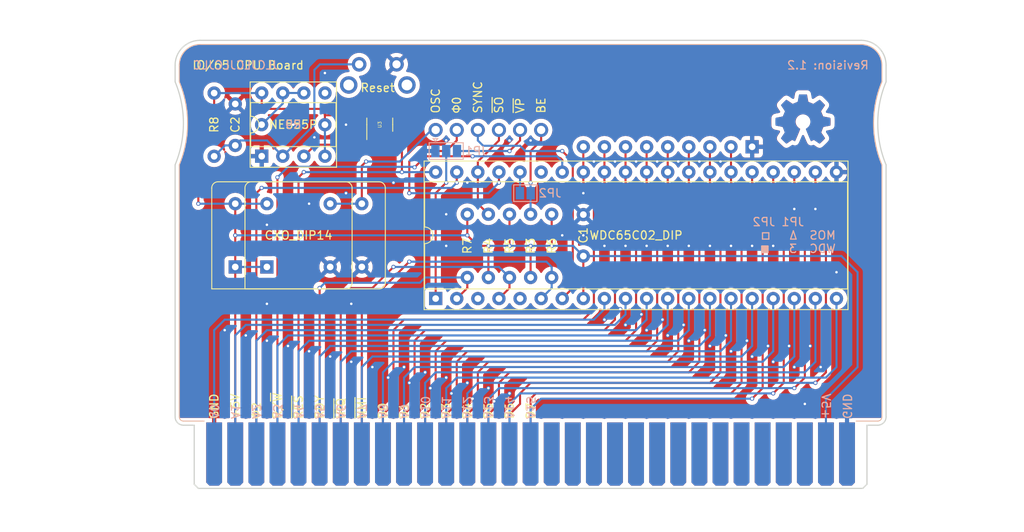
<source format=kicad_pcb>
(kicad_pcb (version 20211014) (generator pcbnew)
  (layers (0 "F.Cu" signal) (31 "B.Cu" signal) (34 "B.Paste" user) (35 "F.Paste" user) (36 "B.SilkS" user "B.Silkscreen") (37 "F.SilkS" user "F.Silkscreen") (38 "B.Mask" user) (39 "F.Mask" user) (44 "Edge.Cuts" user))
  (net 0 "")
  (net 1 "GND")
  (net 2 "A0")
  (net 3 "A1")
  (net 4 "A2")
  (net 5 "A3")
  (net 6 "A4")
  (net 7 "A5")
  (net 8 "A6")
  (net 9 "A7")
  (net 10 "A8")
  (net 11 "A9")
  (net 12 "A10")
  (net 13 "A11")
  (net 14 "A12")
  (net 15 "A13")
  (net 16 "A14")
  (net 17 "A15")
  (net 18 "D0")
  (net 19 "D1")
  (net 20 "D2")
  (net 21 "D3")
  (net 22 "D4")
  (net 23 "D5")
  (net 24 "D6")
  (net 25 "D7")
  (net 26 "SYNC")
  (net 27 "~{NMI}")
  (net 28 "~{IRQ}")
  (net 29 "RDY")
  (net 30 "~{RES}")
  (net 31 "R{slash}~{W}")
  (net 32 "Φ2")
  (net 33 "VCC")
  (net 37 "Net-(JP1-Pad2)")
  (net 38 "Net-(JP2-Pad2)")
  (net 39 "Φ0")
  (net 40 "~{SO}")
  (net 41 "~{VP}")
  (net 42 "BE")
  (net 43 "Net-(C2-Pad1)")
  (net 71 "OSC")
  (net 73 "Net-(R9-Pad2)")
  (net 75 "Net-(U2-Pad3)")
  (footprint "IO65:BUS_PC_M" (layer "F.Cu") (at 0 26.36)
    (fp_text reference "J1" hide)
    (fp_text value "Edge Connector" hide)
  )
  (footprint "Oscillator:Oscillator_DIP-14" (layer "F.Cu") (at -35.56 3.81)
    (fp_text reference "X1" hide)
    (fp_text value "CXO_DIP14")
  )
  (footprint "Resistor_THT:R_Axial_DIN0207_L6.3mm_D2.5mm_P7.62mm_Horizontal" (layer "F.Cu") (at 0 5.08 90)
    (fp_text reference "R3")
    (fp_text value "10k" hide)
  )
  (footprint "Resistor_THT:R_Array_SIP9" (layer "F.Cu") (at 26.67 -10.668 180)
    (fp_text reference "RN1" hide)
    (fp_text value "10k" hide)
  )
  (footprint "Oscillator:Oscillator_DIP-8" (layer "F.Cu") (at -31.75 3.81)
    (fp_text reference "REF**" hide)
    (fp_text value "Oscillator_DIP-8" hide)
  )
  (footprint "Symbol:OSHW-Symbol_6.7x6mm_Copper" (layer "F.Cu") (at 32.8 -14)
    (fp_text reference "LogoFront" hide)
    (fp_text value "OSHW-Symbol_6.7x6mm_Copper" hide)
  )
  (footprint "Resistor_THT:R_Axial_DIN0207_L6.3mm_D2.5mm_P7.62mm_Horizontal" (layer "F.Cu") (at -38.1 -17.145 -90)
    (fp_text reference "R8")
    (fp_text value "1M" hide)
  )
  (footprint "Capacitor_THT:C_Disc_D4.7mm_W2.5mm_P5.00mm" (layer "F.Cu") (at -35.56 -10.835 90)
    (fp_text reference "C2")
    (fp_text value "0,1uF" hide)
  )
  (footprint "Resistor_THT:R_Axial_DIN0207_L6.3mm_D2.5mm_P7.62mm_Horizontal" (layer "F.Cu") (at -7.62 -2.54 -90)
    (fp_text reference "R7")
    (fp_text value "10k" hide)
  )
  (footprint "Capacitor_THT:C_Disc_D4.7mm_W2.5mm_P5.00mm" (layer "F.Cu") (at 6.35 2.5 90)
    (fp_text reference "C1")
    (fp_text value "0.1uF" hide)
  )
  (footprint "Symbol:OSHW-Symbol_6.7x6mm_Copper" (layer "F.Cu") (at 32.8 -14)
    (fp_text reference "LogoFrontMask" hide)
    (fp_text value "OSHW-Symbol_6.7x6mm_Copper" hide)
  )
  (footprint "Package_DIP:DIP-40_W15.24mm_Socket" (layer "F.Cu") (at -11.43 7.62 90)
    (fp_text reference "U1" hide)
    (fp_text value "WDC65C02_DIP")
  )
  (footprint "Resistor_THT:R_Axial_DIN0207_L6.3mm_D2.5mm_P7.62mm_Horizontal" (layer "F.Cu") (at -5.08 5.08 90)
    (fp_text reference "R4")
    (fp_text value "10k" hide)
  )
  (footprint "Resistor_THT:R_Axial_DIN0207_L6.3mm_D2.5mm_P7.62mm_Horizontal" (layer "F.Cu") (at -2.54 -2.54 -90)
    (fp_text reference "R5")
    (fp_text value "10k" hide)
  )
  (footprint "Package_DIP:DIP-40_W15.24mm" (layer "F.Cu") (at -11.43 7.62 90)
    (fp_text reference "REF**" hide)
    (fp_text value "DIP-40_W15.24mm" hide)
  )
  (footprint "Resistor_THT:R_Axial_DIN0207_L6.3mm_D2.5mm_P7.62mm_Horizontal" (layer "F.Cu") (at 2.54 -2.54 -90)
    (fp_text reference "R6")
    (fp_text value "10k" hide)
  )
  (footprint "Package_DIP:DIP-8_W7.62mm_Socket" (layer "F.Cu") (at -32.375 -9.535 90)
    (fp_text reference "U2" hide)
    (fp_text value "NE555P")
  )
  (footprint "Package_TO_SOT_SMD:SOT-23-5" (layer "F.Cu") (at -18.161 -13.335 90)
    (fp_text reference "U3" hide)
    (fp_text value "74AHC1G04" hide)
  )
  (footprint "Symbol:OSHW-Symbol_6.7x6mm_Copper" (layer "B.Cu") (at 32.8 -14 180)
    (fp_text reference "LogoBackMask" hide)
    (fp_text value "OSHW-Symbol_6.7x6mm_Copper" hide)
  )
  (footprint "Connector_PinSocket_2.54mm:PinSocket_1x02_P2.54mm_Horizontal" (layer "B.Cu") (at -1.27 -12.7 -90)
    (fp_text reference "J4" hide)
    (fp_text value "Conn_01x02_Female" hide)
  )
  (footprint "Jumper:SolderJumper-2_P1.3mm_Open_Pad1.0x1.5mm" (layer "B.Cu") (at -0.635 -5.08 180)
    (fp_text reference "JP2" hide)
    (fp_text value "SolderJumper_2_Open" hide)
  )
  (footprint "Resistor_THT:R_Axial_DIN0207_L6.3mm_D2.5mm_P7.62mm_Horizontal" (layer "B.Cu") (at -24.765 -13.335 180)
    (fp_text reference "R9")
    (fp_text value "47k" hide)
  )
  (footprint "Connector_PinSocket_2.54mm:PinSocket_1x02_P2.54mm_Horizontal" (layer "B.Cu") (at -11.43 -12.7 -90)
    (fp_text reference "J2" hide)
    (fp_text value "Conn_01x02_Female" hide)
  )
  (footprint "Symbol:OSHW-Symbol_6.7x6mm_Copper" (layer "B.Cu") (at 32.8 -14 180)
    (fp_text reference "LogoBack" hide)
    (fp_text value "OSHW-Symbol_6.7x6mm_Copper" hide)
  )
  (footprint "Connector_PinSocket_2.54mm:PinSocket_1x02_P2.54mm_Horizontal" (layer "B.Cu") (at -6.35 -12.7 -90)
    (fp_text reference "J3" hide)
    (fp_text value "Conn_01x02_Female" hide)
  )
  (footprint "Button_Switch_THT:SW_Tactile_SPST_Angled_PTS645Vx39-2LFS" (layer "B.Cu") (at -16.14 -20.6075 180)
    (fp_text reference "SW1" hide)
    (fp_text value "SW_Push" hide)
  )
  (footprint "Jumper:SolderJumper-3_P1.3mm_Open_Pad1.0x1.5mm" (layer "B.Cu") (at -10.16 -10.16)
    (fp_text reference "JP1" hide)
    (fp_text value "SolderJumper_3_Open" hide)
  )
  (gr_arc (start 42.3 21.88) (mid 42.153553 22.233553) (end 41.8 22.38) (layer "B.SilkS") (width 0.1))
  (gr_line (start -39.8 -23) (end 39.8 -23) (layer "B.SilkS") (width 0.1))
  (gr_line (start 42.3 -8.5) (end 42.3 21.88) (layer "B.SilkS") (width 0.1))
  (gr_arc (start -41.8 22.38) (mid -42.153553 22.233553) (end -42.3 21.88) (layer "B.SilkS") (width 0.1))
  (gr_line (start 42.3 -20.5) (end 42.3 -18.5) (layer "B.SilkS") (width 0.1))
  (gr_line (start -41.8 22.38) (end -39.3 22.38) (layer "B.SilkS") (width 0.1))
  (gr_arc (start -42.3 -20.5) (mid -41.567767 -22.267767) (end -39.8 -23) (layer "B.SilkS") (width 0.1))
  (gr_line (start -42.3 -20.5) (end -42.3 -18.5) (layer "B.SilkS") (width 0.1))
  (gr_arc (start 42.3 -8.5) (mid 41.300901 -13.5) (end 42.3 -18.5) (layer "B.SilkS") (width 0.1))
  (gr_arc (start 39.8 -23) (mid 41.567767 -22.267767) (end 42.3 -20.5) (layer "B.SilkS") (width 0.1))
  (gr_line (start -42.3 21.88) (end -42.3 -8.5) (layer "B.SilkS") (width 0.1))
  (gr_arc (start -42.3 -18.5) (mid -41.300901 -13.5) (end -42.3 -8.5) (layer "B.SilkS") (width 0.1))
  (gr_line (start 41.8 22.38) (end 39.2 22.38) (layer "B.SilkS") (width 0.1))
  (gr_arc (start -42.3 -20.5) (mid -41.567767 -22.267767) (end -39.8 -23) (layer "F.SilkS") (width 0.1))
  (gr_line (start -39.8 -23) (end 39.8 -23) (layer "F.SilkS") (width 0.1))
  (gr_line (start 41.8 22.38) (end 39.2 22.38) (layer "F.SilkS") (width 0.1))
  (gr_arc (start -41.8 22.38) (mid -42.153553 22.233553) (end -42.3 21.88) (layer "F.SilkS") (width 0.1))
  (gr_arc (start 42.3 21.88) (mid 42.153553 22.233553) (end 41.8 22.38) (layer "F.SilkS") (width 0.1))
  (gr_line (start 42.3 -20.5) (end 42.3 -18.5) (layer "F.SilkS") (width 0.1))
  (gr_arc (start -42.3 -18.5) (mid -41.300901 -13.5) (end -42.3 -8.5) (layer "F.SilkS") (width 0.1))
  (gr_arc (start 42.3 -8.5) (mid 41.300901 -13.5) (end 42.3 -18.5) (layer "F.SilkS") (width 0.1))
  (gr_line (start -42.3 -20.5) (end -42.3 -18.5) (layer "F.SilkS") (width 0.1))
  (gr_arc (start 39.8 -23) (mid 41.567767 -22.267767) (end 42.3 -20.5) (layer "F.SilkS") (width 0.1))
  (gr_line (start 42.3 -8.5) (end 42.3 21.88) (layer "F.SilkS") (width 0.1))
  (gr_line (start -42.3 21.88) (end -42.3 -8.5) (layer "F.SilkS") (width 0.1))
  (gr_line (start -41.8 22.38) (end -39.3 22.38) (layer "F.SilkS") (width 0.1))
  (gr_arc (start 42.8 21.88) (mid 42.507107 22.587107) (end 41.8 22.88) (layer "Edge.Cuts") (width 0.15))
  (gr_line (start 40.5 22.88) (end 40.5 30) (layer "Edge.Cuts") (width 0.15))
  (gr_line (start 40.5 22.88) (end 41.8 22.88) (layer "Edge.Cuts") (width 0.15))
  (gr_line (start -40.5 22.88) (end -40.5 30) (layer "Edge.Cuts") (width 0.15))
  (gr_arc (start 39.8 -23.5) (mid 41.92132 -22.62132) (end 42.8 -20.5) (layer "Edge.Cuts") (width 0.15))
  (gr_line (start -40.5 22.88) (end -41.8 22.88) (layer "Edge.Cuts") (width 0.15))
  (gr_line (start -42.8 21.88) (end -42.8 -8.5) (layer "Edge.Cuts") (width 0.15))
  (gr_line (start -40 30.5) (end 40 30.5) (layer "Edge.Cuts") (width 0.15))
  (gr_arc (start 42.8 -8.5) (mid 41.800901 -13.5) (end 42.8 -18.5) (layer "Edge.Cuts") (width 0.15))
  (gr_line (start -42.8 -20.5) (end -42.8 -18.5) (layer "Edge.Cuts") (width 0.15))
  (gr_line (start -40.5 30) (end -40 30.5) (layer "Edge.Cuts") (width 0.15))
  (gr_arc (start -42.8 -20.5) (mid -41.92132 -22.62132) (end -39.8 -23.5) (layer "Edge.Cuts") (width 0.15))
  (gr_line (start -39.8 -23.5) (end 39.8 -23.5) (layer "Edge.Cuts") (width 0.15))
  (gr_arc (start -41.8 22.88) (mid -42.507107 22.587107) (end -42.8 21.88) (layer "Edge.Cuts") (width 0.15))
  (gr_line (start 42.8 -20.5) (end 42.8 -18.5) (layer "Edge.Cuts") (width 0.15))
  (gr_line (start 40 30.5) (end 40.5 30) (layer "Edge.Cuts") (width 0.15))
  (gr_arc (start -42.8 -18.5) (mid -41.800901 -13.5) (end -42.8 -8.5) (layer "Edge.Cuts") (width 0.15))
  (gr_line (start 42.8 -8.5) (end 42.8 21.88) (layer "Edge.Cuts") (width 0.15))
  (gr_text "A7" (at -20.32 22.225 270) (layer "B.SilkS") (effects (font (size 1 1)) (justify left mirror)))
  (gr_text "A14" (at -2.54 22.225 270) (layer "B.SilkS") (effects (font (size 1 1)) (justify left mirror)))
  (gr_text "A10" (at -12.7 22.225 270) (layer "B.SilkS") (effects (font (size 1 1)) (justify left mirror)))
  (gr_text "Revision: 1.2" (at 40.799995 -20.5) (layer "B.SilkS") (effects (font (size 1 1)) (justify left mirror)))
  (gr_text "JLCJLCJLCJLC" (at -40.7 -20.5) (layer "B.SilkS") (effects (font (size 1 1)) (justify right mirror)))
  (gr_text "A5" (at -25.4 22.225 270) (layer "B.SilkS") (effects (font (size 1 1)) (justify left mirror)))
  (gr_text "A12" (at -7.62 22.225 270) (layer "B.SilkS") (effects (font (size 1 1)) (justify left mirror)))
  (gr_text "JP1" (at -8.001 -10.16) (layer "B.SilkS") (effects (font (size 1 1)) (justify right mirror)))
  (gr_text "A3" (at -30.48 22.225 270) (layer "B.SilkS") (effects (font (size 1 1)) (justify left mirror)))
  (gr_text "+5V" (at 35.56 22.225 -90) (layer "B.SilkS") (effects (font (size 1 1)) (justify left mirror)))
  (gr_text "A2" (at -33.02 22.225 270) (layer "B.SilkS") (effects (font (size 1 1)) (justify left mirror)))
  (gr_text "A6" (at -22.86 22.225 270) (layer "B.SilkS") (effects (font (size 1 1)) (justify left mirror)))
  (gr_text "GND" (at 38.1 22.225 -90) (layer "B.SilkS") (effects (font (size 1 1)) (justify left mirror)))
  (gr_text "A4" (at -27.94 22.225 270) (layer "B.SilkS") (effects (font (size 1 1)) (justify left mirror)))
  (gr_text "A0" (at -38.1 22.225 -90) (layer "B.SilkS") (effects (font (size 1 1)) (justify left mirror)))
  (gr_text "     JP1 JP2\nMOS  ∆   □\nWDC  3   ■" (at 36.83 0) (layer "B.SilkS") (effects (font (size 1 1)) (justify left mirror)))
  (gr_text "A1" (at -35.56 22.225 270) (layer "B.SilkS") (effects (font (size 1 1)) (justify left mirror)))
  (gr_text "A11" (at -10.16 22.225 270) (layer "B.SilkS") (effects (font (size 1 1)) (justify left mirror)))
  (gr_text "A15" (at 0 22.225 270) (layer "B.SilkS") (effects (font (size 1 1)) (justify left mirror)))
  (gr_text "JP2" (at 0.889 -5.08) (layer "B.SilkS") (effects (font (size 1 1)) (justify right mirror)))
  (gr_text "A13" (at -5.08 22.225 270) (layer "B.SilkS") (effects (font (size 1 1)) (justify left mirror)))
  (gr_text "A9" (at -15.24 22.225 270) (layer "B.SilkS") (effects (font (size 1 1)) (justify left mirror)))
  (gr_text "A8" (at -17.78 22.225 270) (layer "B.SilkS") (effects (font (size 1 1)) (justify left mirror)))
  (gr_text "" (at 15.24 -15.24) (layer "F.SilkS") (effects (font (size 1.27 1.27))))
  (gr_text "" (at 15.24 -15.24) (layer "F.SilkS") (effects (font (size 1.27 1.27))))
  (gr_text "Φ0" (at -8.89 -14.605 -270) (layer "F.SilkS") (effects (font (size 1 1)) (justify left)))
  (gr_text "" (at 20.32 -15.24) (layer "F.SilkS") (effects (font (size 1.27 1.27))))
  (gr_text "IO/65 CPU Board" (at -40.799999 -20.5) (layer "F.SilkS") (effects (font (size 1 1)) (justify left)))
  (gr_text "" (at 10.16 -15.24) (layer "F.SilkS") (effects (font (size 1.27 1.27))))
  (gr_text "" (at 40.64 -15.24) (layer "F.SilkS") (effects (font (size 1.27 1.27))))
  (gr_text "D6" (at -2.54 22.225 90) (layer "F.SilkS") (effects (font (size 1 1)) (justify left)))
  (gr_text "D1" (at -15.24 22.225 90) (layer "F.SilkS") (effects (font (size 1 1)) (justify left)))
  (gr_text "" (at 33.02 -15.24) (layer "F.SilkS") (effects (font (size 1.27 1.27))))
  (gr_text "" (at 10.16 -15.24) (layer "F.SilkS") (effects (font (size 1.27 1.27))))
  (gr_text "" (at 38.1 -15.24) (layer "F.SilkS") (effects (font (size 1.27 1.27))))
  (gr_text "" (at 30.48 -15.24) (layer "F.SilkS") (effects (font (size 1.27 1.27))))
  (gr_text "OSC" (at -11.43 -14.605 -270) (layer "F.SilkS") (effects (font (size 1 1)) (justify left)))
  (gr_text "" (at 25.4 -15.24) (layer "F.SilkS") (effects (font (size 1.27 1.27))))
  (gr_text "" (at 5.08 -15.24) (layer "F.SilkS") (effects (font (size 1.27 1.27))))
  (gr_text "~{IRQ}" (at -22.86 22.225 90) (layer "F.SilkS") (effects (font (size 1 1)) (justify left)))
  (gr_text "" (at 12.7 -15.24) (layer "F.SilkS") (effects (font (size 1.27 1.27))))
  (gr_text "" (at 20.32 -15.24) (layer "F.SilkS") (effects (font (size 1.27 1.27))))
  (gr_text "~{SO}" (at -3.81 -14.605 -270) (layer "F.SilkS") (effects (font (size 1 1)) (justify left)))
  (gr_text "" (at 12.7 -15.24) (layer "F.SilkS") (effects (font (size 1.27 1.27))))
  (gr_text "" (at 17.78 -15.24) (layer "F.SilkS") (effects (font (size 1.27 1.27))))
  (gr_text "" (at 27.94 -15.24) (layer "F.SilkS") (effects (font (size 1.27 1.27))))
  (gr_text "D3" (at -10.16 22.225 90) (layer "F.SilkS") (effects (font (size 1 1)) (justify left)))
  (gr_text "" (at 35.56 -15.24) (layer "F.SilkS") (effects (font (size 1.27 1.27))))
  (gr_text "" (at 38.1 -15.24) (layer "F.SilkS") (effects (font (size 1.27 1.27))))
  (gr_text "D7" (at 0 22.225 90) (layer "F.SilkS") (effects (font (size 1 1)) (justify left)))
  (gr_text "" (at 25.4 -15.24) (layer "F.SilkS") (effects (font (size 1.27 1.27))))
  (gr_text "RDY" (at -25.4 22.225 90) (layer "F.SilkS") (effects (font (size 1 1)) (justify left)))
  (gr_text "D0" (at -17.78 22.225 90) (layer "F.SilkS") (effects (font (size 1 1)) (justify left)))
  (gr_text "" (at 7.62 -15.24) (layer "F.SilkS") (effects (font (size 1.27 1.27))))
  (gr_text "Φ2" (at -33.02 22.225 90) (layer "F.SilkS") (effects (font (size 1 1)) (justify left)))
  (gr_text "" (at 5.08 -15.24) (layer "F.SilkS") (effects (font (size 1.27 1.27))))
  (gr_text "" (at 40.64 -15.24) (layer "F.SilkS") (effects (font (size 1.27 1.27))))
  (gr_text "" (at 33.02 -15.24) (layer "F.SilkS") (effects (font (size 1.27 1.27))))
  (gr_text "SYNC" (at -6.35 -14.605 -270) (layer "F.SilkS") (effects (font (size 1 1)) (justify left)))
  (gr_text "D2" (at -12.7 22.225 90) (layer "F.SilkS") (effects (font (size 1 1)) (justify left)))
  (gr_text "GND" (at -38.1 22.225 90) (layer "F.SilkS") (effects (font (size 1 1)) (justify left)))
  (gr_text "" (at 7.62 -15.24) (layer "F.SilkS") (effects (font (size 1.27 1.27))))
  (gr_text "R/~{W}" (at -30.48 22.225 90) (layer "F.SilkS") (effects (font (size 1 1)) (justify left)))
  (gr_text "~{VP}" (at -1.27 -14.605 -270) (layer "F.SilkS") (effects (font (size 1 1)) (justify left)))
  (gr_text "" (at 35.56 -15.24) (layer "F.SilkS") (effects (font (size 1.27 1.27))))
  (gr_text "" (at 22.86 -15.24) (layer "F.SilkS") (effects (font (size 1.27 1.27))))
  (gr_text "+5V" (at -35.56 22.225 90) (layer "F.SilkS") (effects (font (size 1 1)) (justify left)))
  (gr_text "" (at 27.94 -15.24) (layer "F.SilkS") (effects (font (size 1.27 1.27))))
  (gr_text "~{NMI}" (at -20.32 22.225 90) (layer "F.SilkS") (effects (font (size 1 1)) (justify left)))
  (gr_text "D5" (at -5.08 22.225 90) (layer "F.SilkS") (effects (font (size 1 1)) (justify left)))
  (gr_text "" (at 17.78 -15.24) (layer "F.SilkS") (effects (font (size 1.27 1.27))))
  (gr_text "" (at 30.48 -15.24) (layer "F.SilkS") (effects (font (size 1.27 1.27))))
  (gr_text "~{RES}" (at -27.94 22.225 90) (layer "F.SilkS") (effects (font (size 1 1)) (justify left)))
  (gr_text "BE" (at 1.27 -14.605 -270) (layer "F.SilkS") (effects (font (size 1 1)) (justify left)))
  (gr_text "D4" (at -7.62 22.225 90) (layer "F.SilkS") (effects (font (size 1 1)) (justify left)))
  (gr_text "Reset" (at -18.415 -17.78) (layer "F.SilkS") (effects (font (size 1 1))))
  (gr_text "" (at 22.86 -15.24) (layer "F.SilkS") (effects (font (size 1.27 1.27))))
  (via (at 8.89 10.16) (size 0.5) (drill 0.3) (layers "F.Cu" "B.Cu") (net 1))
  (via (at -14.593144 17.777796) (size 0.5) (drill 0.3) (layers "F.Cu" "B.Cu") (net 1))
  (via (at -22.225 -5.08) (size 0.5) (drill 0.3) (layers "F.Cu" "B.Cu") (net 1))
  (via (at -31.75 8.255) (size 0.5) (drill 0.3) (layers "F.Cu" "B.Cu") (net 1))
  (via (at 31.75 -3.175) (size 0.5) (drill 0.3) (layers "F.Cu" "B.Cu") (net 1))
  (via (at -2.54 19.05) (size 0.5) (drill 0.3) (layers "F.Cu" "B.Cu") (net 1))
  (via (at 3.81 0) (size 0.5) (drill 0.3) (layers "F.Cu" "B.Cu") (net 1))
  (via (at -21.59 15.24) (size 0.5) (drill 0.3) (layers "F.Cu" "B.Cu") (net 1))
  (via (at 13.97 11.43) (size 0.5) (drill 0.3) (layers "F.Cu" "B.Cu") (net 1))
  (via (at 29.21 15.24) (size 0.5) (drill 0.3) (layers "F.Cu" "B.Cu") (net 1))
  (via (at 34.29 -3.175) (size 0.5) (drill 0.3) (layers "F.Cu" "B.Cu") (net 1))
  (via (at -10.16 17.145) (size 0.5) (drill 0.3) (layers "F.Cu" "B.Cu") (net 1))
  (via (at -10.16 -11.43) (size 0.5) (drill 0.3) (layers "F.Cu" "B.Cu") (net 1))
  (via (at 31.115 13.335) (size 0.5) (drill 0.3) (layers "F.Cu" "B.Cu") (net 1))
  (via (at 11.43 1.27) (size 0.5) (drill 0.3) (layers "F.Cu" "B.Cu") (net 1))
  (via (at -17.145 17.145) (size 0.5) (drill 0.3) (layers "F.Cu" "B.Cu") (net 1))
  (via (at 20.955 11.43) (size 0.5) (drill 0.3) (layers "F.Cu" "B.Cu") (net 1))
  (via (at -10.16 -2.54) (size 0.5) (drill 0.3) (layers "F.Cu" "B.Cu") (net 1))
  (via (at -2.54 -11.43) (size 0.5) (drill 0.3) (layers "F.Cu" "B.Cu") (net 1))
  (via (at 21.59 13.335) (size 0.5) (drill 0.3) (layers "F.Cu" "B.Cu") (net 1))
  (via (at 19.05 12.7) (size 0.5) (drill 0.3) (layers "F.Cu" "B.Cu") (net 1))
  (via (at 24.13 13.97) (size 0.5) (drill 0.3) (layers "F.Cu" "B.Cu") (net 1))
  (via (at -36.83 11.43) (size 0.5) (drill 0.3) (layers "F.Cu" "B.Cu") (net 1))
  (via (at -16.51 -6.35) (size 0.5) (drill 0.3) (layers "F.Cu" "B.Cu") (net 1))
  (via (at 29.21 1.27) (size 0.5) (drill 0.3) (layers "F.Cu" "B.Cu") (net 1))
  (via (at 10.16 -8.89) (size 0.5) (drill 0.3) (layers "F.Cu" "B.Cu") (net 1))
  (via (at 28.575 13.335) (size 0.5) (drill 0.3) (layers "F.Cu" "B.Cu") (net 1))
  (via (at 15.875 10.16) (size 0.5) (drill 0.3) (layers "F.Cu" "B.Cu") (net 1))
  (via (at 10.795 8.89) (size 0.5) (drill 0.3) (layers "F.Cu" "B.Cu") (net 1))
  (via (at -12.7 16.51) (size 0.5) (drill 0.3) (layers "F.Cu" "B.Cu") (net 1))
  (via (at 19.05 1.27) (size 0.5) (drill 0.3) (layers "F.Cu" "B.Cu") (net 1))
  (via (at 26.035 12.7) (size 0.5) (drill 0.3) (layers "F.Cu" "B.Cu") (net 1))
  (via (at 36.83 4.445) (size 0.5) (drill 0.3) (layers "F.Cu" "B.Cu") (net 1))
  (via (at -29.21 13.335) (size 0.5) (drill 0.3) (layers "F.Cu" "B.Cu") (net 1))
  (via (at -24.13 14.605) (size 0.5) (drill 0.3) (layers "F.Cu" "B.Cu") (net 1))
  (via (at -26.035 -11.811) (size 0.5) (drill 0.3) (layers "F.Cu" "B.Cu") (net 1))
  (via (at 26.67 1.27) (size 0.5) (drill 0.3) (layers "F.Cu" "B.Cu") (net 1))
  (via (at 20.32 -8.89) (size 0.5) (drill 0.3) (layers "F.Cu" "B.Cu") (net 1))
  (via (at -31.75 12.7) (size 0.5) (drill 0.3) (layers "F.Cu" "B.Cu") (net 1))
  (via (at 33.02 20.32) (size 0.5) (drill 0.3) (layers "F.Cu" "B.Cu") (net 1))
  (via (at 21.59 1.27) (size 0.5) (drill 0.3) (layers "F.Cu" "B.Cu") (net 1))
  (via (at 8.89 1.27) (size 0.5) (drill 0.3) (layers "F.Cu" "B.Cu") (net 1))
  (via (at 31.75 15.875) (size 0.5) (drill 0.3) (layers "F.Cu" "B.Cu") (net 1))
  (via (at -19.05 15.875) (size 0.5) (drill 0.3) (layers "F.Cu" "B.Cu") (net 1))
  (via (at -7.62 -6.35) (size 0.5) (drill 0.3) (layers "F.Cu" "B.Cu") (net 1))
  (via (at -26.67 13.97) (size 0.5) (drill 0.3) (layers "F.Cu" "B.Cu") (net 1))
  (via (at -21.59 8.255) (size 0.5) (drill 0.3) (layers "F.Cu" "B.Cu") (net 1))
  (via (at 18.415 10.795) (size 0.5) (drill 0.3) (layers "F.Cu" "B.Cu") (net 1))
  (via (at -34.29 12.065) (size 0.5) (drill 0.3) (layers "F.Cu" "B.Cu") (net 1))
  (via (at -5.08 18.415) (size 0.5) (drill 0.3) (layers "F.Cu" "B.Cu") (net 1))
  (via (at 33.655 13.335) (size 0.5) (drill 0.3) (layers "F.Cu" "B.Cu") (net 1))
  (via (at 13.335 9.525) (size 0.5) (drill 0.3) (layers "F.Cu" "B.Cu") (net 1))
  (via (at 12.7 -8.89) (size 0.5) (drill 0.3) (layers "F.Cu" "B.Cu") (net 1))
  (via (at 13.97 1.27) (size 0.5) (drill 0.3) (layers "F.Cu" "B.Cu") (net 1))
  (via (at 34.925 15.875) (size 0.5) (drill 0.3) (layers "F.Cu" "B.Cu") (net 1))
  (via (at 23.495 12.065) (size 0.5) (drill 0.3) (layers "F.Cu" "B.Cu") (net 1))
  (via (at -26.67 -3.81) (size 0.5) (drill 0.3) (layers "F.Cu" "B.Cu") (net 1))
  (via (at 26.67 14.605) (size 0.5) (drill 0.3) (layers "F.Cu" "B.Cu") (net 1))
  (via (at -12.065 18.415) (size 0.5) (drill 0.3) (layers "F.Cu" "B.Cu") (net 1))
  (via (at 17.78 -8.89) (size 0.5) (drill 0.3) (layers "F.Cu" "B.Cu") (net 1))
  (via (at -28.575 -13.335) (size 0.5) (drill 0.3) (layers "F.Cu" "B.Cu") (net 1))
  (via (at 0 -11.43) (size 0.5) (drill 0.3) (layers "F.Cu" "B.Cu") (net 1))
  (via (at -31.75 -1.27) (size 0.5) (drill 0.3) (layers "F.Cu" "B.Cu") (net 1))
  (via (at 16.51 12.065) (size 0.5) (drill 0.3) (layers "F.Cu" "B.Cu") (net 1))
  (via (at -10.16 1.27) (size 0.5) (drill 0.3) (layers "F.Cu" "B.Cu") (net 1))
  (via (at 7.62 -8.89) (size 0.5) (drill 0.3) (layers "F.Cu" "B.Cu") (net 1))
  (via (at -7.62 17.78) (size 0.5) (drill 0.3) (layers "F.Cu" "B.Cu") (net 1))
  (via (at 11.43 10.795) (size 0.5) (drill 0.3) (layers "F.Cu" "B.Cu") (net 1))
  (via (at 24.13 1.27) (size 0.5) (drill 0.3) (layers "F.Cu" "B.Cu") (net 1))
  (via (at -22.225 -13.335) (size 0.5) (drill 0.3) (layers "F.Cu" "B.Cu") (net 1))
  (via (at 22.86 -8.89) (size 0.5) (drill 0.3) (layers "F.Cu" "B.Cu") (net 1))
  (via (at -4.3845 20.0025) (size 0.5) (drill 0.3) (layers "F.Cu" "B.Cu") (net 1))
  (via (at 6.35 0) (size 0.5) (drill 0.3) (layers "F.Cu" "B.Cu") (net 1))
  (via (at -6.985 19.685) (size 0.5) (drill 0.3) (layers "F.Cu" "B.Cu") (net 1))
  (via (at -9.525 19.05) (size 0.5) (drill 0.3) (layers "F.Cu" "B.Cu") (net 1))
  (via (at 16.51 1.27) (size 0.5) (drill 0.3) (layers "F.Cu" "B.Cu") (net 1))
  (via (at -24.765 -19.558) (size 0.5) (drill 0.3) (layers "F.Cu" "B.Cu") (net 1))
  (via (at 15.24 -8.89) (size 0.5) (drill 0.3) (layers "F.Cu" "B.Cu") (net 1))
  (via (at -15.24 15.875) (size 0.5) (drill 0.3) (layers "F.Cu" "B.Cu") (net 1))
  (via (at 6.35 -5.08) (size 0.5) (drill 0.3) (layers "F.Cu" "B.Cu") (net 1))
  (segment (start 7.62 10.16) (end 8.89 8.89) (width 0.25) (layer "B.Cu") (net 2))
  (segment (start -38.1 11.43) (end -36.83 10.16) (width 0.25) (layer "B.Cu") (net 2))
  (segment (start -38.1 26.36) (end -38.1 11.43) (width 0.25) (layer "B.Cu") (net 2))
  (segment (start -36.83 10.16) (end 7.62 10.16) (width 0.25) (layer "B.Cu") (net 2))
  (segment (start 8.89 8.89) (end 8.89 7.62) (width 0.25) (layer "B.Cu") (net 2))
  (segment (start 11.43 9.525) (end 11.43 7.62) (width 0.25) (layer "B.Cu") (net 3))
  (segment (start -35.56 26.36) (end -35.56 12.065) (width 0.25) (layer "B.Cu") (net 3))
  (segment (start -35.56 12.065) (end -34.29 10.795) (width 0.25) (layer "B.Cu") (net 3))
  (segment (start 10.16 10.795) (end 11.43 9.525) (width 0.25) (layer "B.Cu") (net 3))
  (segment (start -34.29 10.795) (end 10.16 10.795) (width 0.25) (layer "B.Cu") (net 3))
  (segment (start 13.97 10.16) (end 13.97 7.62) (width 0.25) (layer "B.Cu") (net 4))
  (segment (start 12.7 11.43) (end 13.97 10.16) (width 0.25) (layer "B.Cu") (net 4))
  (segment (start -33.02 12.7) (end -31.75 11.43) (width 0.25) (layer "B.Cu") (net 4))
  (segment (start -33.02 26.36) (end -33.02 12.7) (width 0.25) (layer "B.Cu") (net 4))
  (segment (start -31.75 11.43) (end 12.7 11.43) (width 0.25) (layer "B.Cu") (net 4))
  (segment (start -29.21 12.065) (end 15.24 12.065) (width 0.25) (layer "B.Cu") (net 5))
  (segment (start -30.48 13.335) (end -29.21 12.065) (width 0.25) (layer "B.Cu") (net 5))
  (segment (start 15.24 12.065) (end 16.51 10.795) (width 0.25) (layer "B.Cu") (net 5))
  (segment (start -30.48 26.36) (end -30.48 13.335) (width 0.25) (layer "B.Cu") (net 5))
  (segment (start 16.51 10.795) (end 16.51 7.62) (width 0.25) (layer "B.Cu") (net 5))
  (segment (start 17.78 12.7) (end 19.05 11.43) (width 0.25) (layer "B.Cu") (net 6))
  (segment (start -27.94 26.36) (end -27.94 13.97) (width 0.25) (layer "B.Cu") (net 6))
  (segment (start 19.05 11.43) (end 19.05 7.62) (width 0.25) (layer "B.Cu") (net 6))
  (segment (start -26.67 12.7) (end 17.78 12.7) (width 0.25) (layer "B.Cu") (net 6))
  (segment (start -27.94 13.97) (end -26.67 12.7) (width 0.25) (layer "B.Cu") (net 6))
  (segment (start 20.32 13.335) (end 21.59 12.065) (width 0.25) (layer "B.Cu") (net 7))
  (segment (start -24.13 13.335) (end 20.32 13.335) (width 0.25) (layer "B.Cu") (net 7))
  (segment (start 21.59 12.065) (end 21.59 7.62) (width 0.25) (layer "B.Cu") (net 7))
  (segment (start -25.4 26.36) (end -25.4 14.605) (width 0.25) (layer "B.Cu") (net 7))
  (segment (start -25.4 14.605) (end -24.13 13.335) (width 0.25) (layer "B.Cu") (net 7))
  (segment (start -22.86 26.36) (end -22.86 15.24) (width 0.25) (layer "B.Cu") (net 8))
  (segment (start 24.13 12.7) (end 24.13 7.62) (width 0.25) (layer "B.Cu") (net 8))
  (segment (start 22.86 13.97) (end 24.13 12.7) (width 0.25) (layer "B.Cu") (net 8))
  (segment (start -21.59 13.97) (end 22.86 13.97) (width 0.25) (layer "B.Cu") (net 8))
  (segment (start -22.86 15.24) (end -21.59 13.97) (width 0.25) (layer "B.Cu") (net 8))
  (segment (start 26.67 13.335) (end 26.67 7.62) (width 0.25) (layer "B.Cu") (net 9))
  (segment (start 25.4 14.605) (end 26.67 13.335) (width 0.25) (layer "B.Cu") (net 9))
  (segment (start -20.32 15.875) (end -19.05 14.605) (width 0.25) (layer "B.Cu") (net 9))
  (segment (start -20.32 26.36) (end -20.32 15.875) (width 0.25) (layer "B.Cu") (net 9))
  (segment (start -19.05 14.605) (end 25.4 14.605) (width 0.25) (layer "B.Cu") (net 9))
  (segment (start -17.78 16.51) (end -16.51 15.24) (width 0.25) (layer "B.Cu") (net 10))
  (segment (start 29.21 13.97) (end 29.21 7.62) (width 0.25) (layer "B.Cu") (net 10))
  (segment (start 27.94 15.24) (end 29.21 13.97) (width 0.25) (layer "B.Cu") (net 10))
  (segment (start -16.51 15.24) (end 27.94 15.24) (width 0.25) (layer "B.Cu") (net 10))
  (segment (start -17.78 26.36) (end -17.78 16.51) (width 0.25) (layer "B.Cu") (net 10))
  (segment (start -13.97 15.875) (end 30.48 15.875) (width 0.25) (layer "B.Cu") (net 11))
  (segment (start -15.24 17.145) (end -13.97 15.875) (width 0.25) (layer "B.Cu") (net 11))
  (segment (start 30.48 15.875) (end 31.75 14.605) (width 0.25) (layer "B.Cu") (net 11))
  (segment (start 31.75 14.605) (end 31.75 7.62) (width 0.25) (layer "B.Cu") (net 11))
  (segment (start -15.24 26.36) (end -15.24 17.145) (width 0.25) (layer "B.Cu") (net 11))
  (segment (start 34.29 15.24) (end 34.29 7.62) (width 0.25) (layer "B.Cu") (net 12))
  (segment (start -12.7 26.36) (end -12.7 17.78) (width 0.25) (layer "B.Cu") (net 12))
  (segment (start -12.7 17.78) (end -11.43 16.51) (width 0.25) (layer "B.Cu") (net 12))
  (segment (start 33.02 16.51) (end 34.29 15.24) (width 0.25) (layer "B.Cu") (net 12))
  (segment (start -11.43 16.51) (end 33.02 16.51) (width 0.25) (layer "B.Cu") (net 12))
  (segment (start 35.56 17.145) (end 36.83 15.875) (width 0.25) (layer "B.Cu") (net 13))
  (segment (start -10.16 26.36) (end -10.16 18.415) (width 0.25) (layer "B.Cu") (net 13))
  (segment (start -8.89 17.145) (end 35.56 17.145) (width 0.25) (layer "B.Cu") (net 13))
  (segment (start -10.16 18.415) (end -8.89 17.145) (width 0.25) (layer "B.Cu") (net 13))
  (segment (start 36.83 15.875) (end 36.83 7.62) (width 0.25) (layer "B.Cu") (net 13))
  (segment (start 35.56 -5.08) (end 35.56 16.51) (width 0.25) (layer "F.Cu") (net 14))
  (segment (start 35.56 16.51) (end 34.29 17.78) (width 0.25) (layer "F.Cu") (net 14))
  (segment (start 34.29 -7.62) (end 34.29 -6.35) (width 0.25) (layer "F.Cu") (net 14))
  (segment (start 34.29 -6.35) (end 35.56 -5.08) (width 0.25) (layer "F.Cu") (net 14))
  (via (at 34.29 17.78) (size 0.5) (drill 0.3) (layers "F.Cu" "B.Cu") (net 14))
  (segment (start -7.62 26.36) (end -7.62 19.05) (width 0.25) (layer "B.Cu") (net 14))
  (segment (start -6.35 17.78) (end 34.29 17.78) (width 0.25) (layer "B.Cu") (net 14))
  (segment (start -7.62 19.05) (end -6.35 17.78) (width 0.25) (layer "B.Cu") (net 14))
  (segment (start 33.02 -5.08) (end 33.02 17.145) (width 0.25) (layer "F.Cu") (net 15))
  (segment (start 33.02 17.145) (end 31.75 18.415) (width 0.25) (layer "F.Cu") (net 15))
  (segment (start 31.75 -7.62) (end 31.75 -6.35) (width 0.25) (layer "F.Cu") (net 15))
  (segment (start 31.75 -6.35) (end 33.02 -5.08) (width 0.25) (layer "F.Cu") (net 15))
  (via (at 31.75 18.415) (size 0.5) (drill 0.3) (layers "F.Cu" "B.Cu") (net 15))
  (segment (start -5.08 19.685) (end -3.81 18.415) (width 0.25) (layer "B.Cu") (net 15))
  (segment (start -3.81 18.415) (end 31.75 18.415) (width 0.25) (layer "B.Cu") (net 15))
  (segment (start -5.08 26.36) (end -5.08 19.685) (width 0.25) (layer "B.Cu") (net 15))
  (segment (start 30.48 17.78) (end 29.21 19.05) (width 0.25) (layer "F.Cu") (net 16))
  (segment (start 30.48 -5.08) (end 30.48 17.78) (width 0.25) (layer "F.Cu") (net 16))
  (segment (start 29.21 -6.35) (end 30.48 -5.08) (width 0.25) (layer "F.Cu") (net 16))
  (segment (start 29.21 -7.62) (end 29.21 -6.35) (width 0.25) (layer "F.Cu") (net 16))
  (via (at 29.21 19.05) (size 0.5) (drill 0.3) (layers "F.Cu" "B.Cu") (net 16))
  (segment (start -2.54 26.36) (end -2.54 20.32) (width 0.25) (layer "B.Cu") (net 16))
  (segment (start -2.54 20.32) (end -1.27 19.05) (width 0.25) (layer "B.Cu") (net 16))
  (segment (start -1.27 19.05) (end 29.21 19.05) (width 0.25) (layer "B.Cu") (net 16))
  (segment (start 26.67 19.685) (end 27.94 18.415) (width 0.25) (layer "F.Cu") (net 17))
  (segment (start 27.94 18.415) (end 27.94 -5.08) (width 0.25) (layer "F.Cu") (net 17))
  (segment (start 27.94 -5.08) (end 26.67 -6.35) (width 0.25) (layer "F.Cu") (net 17))
  (segment (start 26.67 -7.62) (end 26.67 -6.35) (width 0.25) (layer "F.Cu") (net 17))
  (via (at 26.67 19.685) (size 0.5) (drill 0.3) (layers "F.Cu" "B.Cu") (net 17))
  (segment (start 0 20.955) (end 1.27 19.685) (width 0.25) (layer "B.Cu") (net 17))
  (segment (start 0 26.36) (end 0 20.955) (width 0.25) (layer "B.Cu") (net 17))
  (segment (start 1.27 19.685) (end 26.67 19.685) (width 0.25) (layer "B.Cu") (net 17))
  (segment (start -16.51 20.32) (end -16.51 11.43) (width 0.25) (layer "F.Cu") (net 18))
  (segment (start 6.35 -10.668) (end 6.35 -7.62) (width 0.25) (layer "F.Cu") (net 18))
  (segment (start -17.78 26.36) (end -17.78 21.59) (width 0.25) (layer "F.Cu") (net 18))
  (segment (start -17.78 21.59) (end -16.51 20.32) (width 0.25) (layer "F.Cu") (net 18))
  (segment (start 6.35 -6.35) (end 7.62 -5.08) (width 0.25) (layer "F.Cu") (net 18))
  (segment (start 6.35 -7.62) (end 6.35 -6.35) (width 0.25) (layer "F.Cu") (net 18))
  (segment (start 7.62 8.89) (end 6.35 10.16) (width 0.25) (layer "F.Cu") (net 18))
  (segment (start -15.24 10.16) (end 6.35 10.16) (width 0.25) (layer "F.Cu") (net 18))
  (segment (start 7.62 -5.08) (end 7.62 8.89) (width 0.25) (layer "F.Cu") (net 18))
  (segment (start -16.51 11.43) (end -15.24 10.16) (width 0.25) (layer "F.Cu") (net 18))
  (segment (start 8.89 -7.62) (end 8.89 -6.35) (width 0.25) (layer "F.Cu") (net 19))
  (segment (start 10.16 -5.08) (end 10.16 10.16) (width 0.25) (layer "F.Cu") (net 19))
  (segment (start -13.97 20.32) (end -13.97 12.7) (width 0.25) (layer "F.Cu") (net 19))
  (segment (start -13.97 12.7) (end -12.7 11.43) (width 0.25) (layer "F.Cu") (net 19))
  (segment (start 10.16 10.16) (end 8.89 11.43) (width 0.25) (layer "F.Cu") (net 19))
  (segment (start 8.89 -6.35) (end 10.16 -5.08) (width 0.25) (layer "F.Cu") (net 19))
  (segment (start -15.24 26.36) (end -15.24 21.59) (width 0.25) (layer "F.Cu") (net 19))
  (segment (start -15.24 21.59) (end -13.97 20.32) (width 0.25) (layer "F.Cu") (net 19))
  (segment (start -12.7 11.43) (end 8.89 11.43) (width 0.25) (layer "F.Cu") (net 19))
  (segment (start 8.89 -10.668) (end 8.89 -7.62) (width 0.25) (layer "F.Cu") (net 19))
  (segment (start 11.43 -6.35) (end 12.7 -5.08) (width 0.25) (layer "F.Cu") (net 20))
  (segment (start 12.7 11.43) (end 11.43 12.7) (width 0.25) (layer "F.Cu") (net 20))
  (segment (start 12.7 -5.08) (end 12.7 11.43) (width 0.25) (layer "F.Cu") (net 20))
  (segment (start 11.43 -7.62) (end 11.43 -6.35) (width 0.25) (layer "F.Cu") (net 20))
  (segment (start -11.43 13.97) (end -10.16 12.7) (width 0.25) (layer "F.Cu") (net 20))
  (segment (start -11.43 20.32) (end -11.43 13.97) (width 0.25) (layer "F.Cu") (net 20))
  (segment (start -10.16 12.7) (end 11.43 12.7) (width 0.25) (layer "F.Cu") (net 20))
  (segment (start 11.43 -10.668) (end 11.43 -7.62) (width 0.25) (layer "F.Cu") (net 20))
  (segment (start -12.7 26.36) (end -12.7 21.59) (width 0.25) (layer "F.Cu") (net 20))
  (segment (start -12.7 21.59) (end -11.43 20.32) (width 0.25) (layer "F.Cu") (net 20))
  (segment (start -8.89 20.32) (end -8.89 15.24) (width 0.25) (layer "F.Cu") (net 21))
  (segment (start -10.16 21.59) (end -8.89 20.32) (width 0.25) (layer "F.Cu") (net 21))
  (segment (start 13.97 -7.62) (end 13.97 -6.35) (width 0.25) (layer "F.Cu") (net 21))
  (segment (start 13.97 -6.35) (end 15.24 -5.08) (width 0.25) (layer "F.Cu") (net 21))
  (segment (start 15.24 -5.08) (end 15.24 12.7) (width 0.25) (layer "F.Cu") (net 21))
  (segment (start 13.97 -10.668) (end 13.97 -7.62) (width 0.25) (layer "F.Cu") (net 21))
  (segment (start -7.62 13.97) (end 13.97 13.97) (width 0.25) (layer "F.Cu") (net 21))
  (segment (start -10.16 26.36) (end -10.16 21.59) (width 0.25) (layer "F.Cu") (net 21))
  (segment (start -8.89 15.24) (end -7.62 13.97) (width 0.25) (layer "F.Cu") (net 21))
  (segment (start 15.24 12.7) (end 13.97 13.97) (width 0.25) (layer "F.Cu") (net 21))
  (segment (start 17.78 13.97) (end 16.51 15.24) (width 0.25) (layer "F.Cu") (net 22))
  (segment (start -7.62 26.36) (end -7.62 21.59) (width 0.25) (layer "F.Cu") (net 22))
  (segment (start 16.51 -7.62) (end 16.51 -6.35) (width 0.25) (layer "F.Cu") (net 22))
  (segment (start 17.78 -5.08) (end 17.78 13.97) (width 0.25) (layer "F.Cu") (net 22))
  (segment (start 16.51 -6.35) (end 17.78 -5.08) (width 0.25) (layer "F.Cu") (net 22))
  (segment (start 16.51 -10.668) (end 16.51 -7.62) (width 0.25) (layer "F.Cu") (net 22))
  (segment (start -7.62 21.59) (end -6.35 20.32) (width 0.25) (layer "F.Cu") (net 22))
  (segment (start -6.35 16.51) (end -5.08 15.24) (width 0.25) (layer "F.Cu") (net 22))
  (segment (start -5.08 15.24) (end 16.51 15.24) (width 0.25) (layer "F.Cu") (net 22))
  (segment (start -6.35 20.32) (end -6.35 16.51) (width 0.25) (layer "F.Cu") (net 22))
  (segment (start -5.08 21.59) (end -3.81 20.32) (width 0.25) (layer "F.Cu") (net 23))
  (segment (start -3.81 20.32) (end -3.81 17.78) (width 0.25) (layer "F.Cu") (net 23))
  (segment (start 19.05 -10.668) (end 19.05 -7.62) (width 0.25) (layer "F.Cu") (net 23))
  (segment (start -3.81 17.78) (end -2.54 16.51) (width 0.25) (layer "F.Cu") (net 23))
  (segment (start 19.05 16.51) (end -2.54 16.51) (width 0.25) (layer "F.Cu") (net 23))
  (segment (start 19.05 -6.35) (end 20.32 -5.08) (width 0.25) (layer "F.Cu") (net 23))
  (segment (start 20.32 -5.08) (end 20.32 15.24) (width 0.25) (layer "F.Cu") (net 23))
  (segment (start 19.05 -7.62) (end 19.05 -6.35) (width 0.25) (layer "F.Cu") (net 23))
  (segment (start -5.08 26.36) (end -5.08 21.59) (width 0.25) (layer "F.Cu") (net 23))
  (segment (start 20.32 15.24) (end 19.05 16.51) (width 0.25) (layer "F.Cu") (net 23))
  (segment (start 21.59 -7.62) (end 21.59 -6.35) (width 0.25) (layer "F.Cu") (net 24))
  (segment (start -2.54 26.36) (end -2.54 21.59) (width 0.25) (layer "F.Cu") (net 24))
  (segment (start -2.54 21.59) (end -1.27 20.32) (width 0.25) (layer "F.Cu") (net 24))
  (segment (start 22.86 16.51) (end 21.59 17.78) (width 0.25) (layer "F.Cu") (net 24))
  (segment (start 21.59 -6.35) (end 22.86 -5.08) (width 0.25) (layer "F.Cu") (net 24))
  (segment (start 0 17.78) (end 21.59 17.78) (width 0.25) (layer "F.Cu") (net 24))
  (segment (start 21.59 -10.668) (end 21.59 -7.62) (width 0.25) (layer "F.Cu") (net 24))
  (segment (start 22.86 -5.08) (end 22.86 16.51) (width 0.25) (layer "F.Cu") (net 24))
  (segment (start -1.27 19.05) (end 0 17.78) (width 0.25) (layer "F.Cu") (net 24))
  (segment (start -1.27 20.32) (end -1.27 19.05) (width 0.25) (layer "F.Cu") (net 24))
  (segment (start 24.13 -10.668) (end 24.13 -7.62) (width 0.25) (layer "F.Cu") (net 25))
  (segment (start 25.4 17.78) (end 25.4 -5.08) (width 0.25) (layer "F.Cu") (net 25))
  (segment (start 25.4 -5.08) (end 24.13 -6.35) (width 0.25) (layer "F.Cu") (net 25))
  (segment (start 24.13 -6.35) (end 24.13 -7.62) (width 0.25) (layer "F.Cu") (net 25))
  (segment (start 24.13 19.05) (end 25.4 17.78) (width 0.25) (layer "F.Cu") (net 25))
  (segment (start 0.635 19.05) (end 24.13 19.05) (width 0.25) (layer "F.Cu") (net 25))
  (segment (start 0 26.36) (end 0 19.685) (width 0.25) (layer "F.Cu") (net 25))
  (segment (start 0 19.685) (end 0.635 19.05) (width 0.25) (layer "F.Cu") (net 25))
  (segment (start 3.81 -10.16) (end 5.08 -8.89) (width 0.25) (layer "F.Cu") (net 26))
  (segment (start 5.08 -8.89) (end 5.08 6.35) (width 0.25) (layer "F.Cu") (net 26))
  (segment (start 5.08 6.35) (end 3.81 7.62) (width 0.25) (layer "F.Cu") (net 26))
  (via (at 3.81 -10.16) (size 0.5) (drill 0.3) (layers "F.Cu" "B.Cu") (net 26))
  (segment (start -1.27 -10.795) (end -5.715 -10.795) (width 0.25) (layer "B.Cu") (net 26))
  (segment (start -5.715 -10.795) (end -6.35 -11.43) (width 0.25) (layer "B.Cu") (net 26))
  (segment (start -6.35 -11.43) (end -6.35 -12.7) (width 0.25) (layer "B.Cu") (net 26))
  (segment (start -0.635 -10.16) (end -1.27 -10.795) (width 0.25) (layer "B.Cu") (net 26))
  (segment (start 3.81 -10.16) (end -0.635 -10.16) (width 0.25) (layer "B.Cu") (net 26))
  (segment (start -20.32 8.89) (end -20.32 26.36) (width 0.25) (layer "F.Cu") (net 27))
  (segment (start -14.605 3.175) (end -20.32 8.89) (width 0.25) (layer "F.Cu") (net 27))
  (via (at -14.605 3.175) (size 0.5) (drill 0.3) (layers "F.Cu" "B.Cu") (net 27))
  (segment (start 2.54 6.35) (end 2.54 5.08) (width 0.25) (layer "B.Cu") (net 27))
  (segment (start 2.54 3.81) (end 2.54 5.08) (width 0.25) (layer "B.Cu") (net 27))
  (segment (start 1.905 3.175) (end 2.54 3.81) (width 0.25) (layer "B.Cu") (net 27))
  (segment (start -14.605 3.175) (end 1.905 3.175) (width 0.25) (layer "B.Cu") (net 27))
  (segment (start 1.27 7.62) (end 2.54 6.35) (width 0.25) (layer "B.Cu") (net 27))
  (segment (start -22.86 26.36) (end -22.86 7.62) (width 0.25) (layer "F.Cu") (net 28))
  (segment (start -2.54 6.35) (end -2.54 5.08) (width 0.25) (layer "F.Cu") (net 28))
  (segment (start -3.81 7.62) (end -2.54 6.35) (width 0.25) (layer "F.Cu") (net 28))
  (segment (start -19.05 6.35) (end -16.51 3.81) (width 0.25) (layer "F.Cu") (net 28))
  (segment (start -22.86 7.62) (end -21.59 6.35) (width 0.25) (layer "F.Cu") (net 28))
  (segment (start -21.59 6.35) (end -19.05 6.35) (width 0.25) (layer "F.Cu") (net 28))
  (via (at -16.51 3.81) (size 0.5) (drill 0.3) (layers "F.Cu" "B.Cu") (net 28))
  (segment (start -2.54 5.08) (end -3.81 3.81) (width 0.25) (layer "B.Cu") (net 28))
  (segment (start -3.81 3.81) (end -16.51 3.81) (width 0.25) (layer "B.Cu") (net 28))
  (segment (start -8.89 7.62) (end -7.62 6.35) (width 0.25) (layer "F.Cu") (net 29))
  (segment (start -25.4 6.35) (end -25.4 26.36) (width 0.25) (layer "F.Cu") (net 29))
  (segment (start -7.62 6.35) (end -7.62 5.08) (width 0.25) (layer "F.Cu") (net 29))
  (via (at -25.4 6.35) (size 0.5) (drill 0.3) (layers "F.Cu" "B.Cu") (net 29))
  (segment (start -12.7 5.08) (end -13.335 5.715) (width 0.25) (layer "B.Cu") (net 29))
  (segment (start -7.62 5.08) (end -12.7 5.08) (width 0.25) (layer "B.Cu") (net 29))
  (segment (start -24.765 5.715) (end -25.4 6.35) (width 0.25) (layer "B.Cu") (net 29))
  (segment (start -13.335 5.715) (end -24.765 5.715) (width 0.25) (layer "B.Cu") (net 29))
  (segment (start -17.211 -14.29) (end -15.494 -12.573) (width 0.25) (layer "F.Cu") (net 30))
  (segment (start -27.94 -6.985) (end -27.305 -7.62) (width 0.25) (layer "F.Cu") (net 30))
  (segment (start -15.494 -12.573) (end -15.494 -7.62) (width 0.25) (layer "F.Cu") (net 30))
  (segment (start -17.211 -14.4725) (end -17.211 -14.29) (width 0.25) (layer "F.Cu") (net 30))
  (segment (start -27.94 26.36) (end -27.94 -6.985) (width 0.25) (layer "F.Cu") (net 30))
  (segment (start -27.295 -7.63) (end -27.305 -7.62) (width 0.25) (layer "F.Cu") (net 30))
  (via (at -27.305 -7.62) (size 0.5) (drill 0.3) (layers "F.Cu" "B.Cu") (net 30))
  (via (at -15.494 -7.62) (size 0.5) (drill 0.3) (layers "F.Cu" "B.Cu") (net 30))
  (segment (start -27.305 -7.62) (end -11.43 -7.62) (width 0.25) (layer "B.Cu") (net 30))
  (segment (start -12.6395 -9.525) (end -6.985 -9.525) (width 0.25) (layer "F.Cu") (net 31))
  (segment (start -30.48 -6.985) (end -30.48 26.36) (width 0.25) (layer "F.Cu") (net 31))
  (segment (start -13.97 -8.1945) (end -12.6395 -9.525) (width 0.25) (layer "F.Cu") (net 31))
  (via (at -6.985 -9.525) (size 0.5) (drill 0.3) (layers "F.Cu" "B.Cu") (net 31))
  (via (at -30.48 -6.985) (size 0.5) (drill 0.3) (layers "F.Cu" "B.Cu") (net 31))
  (via (at -13.97 -8.1945) (size 0.5) (drill 0.3) (layers "F.Cu" "B.Cu") (net 31))
  (segment (start -14.0305 -8.255) (end -13.97 -8.1945) (width 0.25) (layer "B.Cu") (net 31))
  (segment (start 3.175 -9.525) (end -6.985 -9.525) (width 0.25) (layer "B.Cu") (net 31))
  (segment (start 3.81 -8.89) (end 3.81 -7.62) (width 0.25) (layer "B.Cu") (net 31))
  (segment (start -30.48 -6.985) (end -29.21 -8.255) (width 0.25) (layer "B.Cu") (net 31))
  (segment (start -29.21 -8.255) (end -14.0305 -8.255) (width 0.25) (layer "B.Cu") (net 31))
  (segment (start 3.81 -8.89) (end 3.175 -9.525) (width 0.25) (layer "B.Cu") (net 31))
  (segment (start -33.02 -5.08) (end -33.02 26.36) (width 0.25) (layer "F.Cu") (net 32))
  (segment (start -32.385 -5.715) (end -33.02 -5.08) (width 0.25) (layer "F.Cu") (net 32))
  (segment (start -8.89 -7.62) (end -8.89 -6.35) (width 0.25) (layer "F.Cu") (net 32))
  (via (at -8.89 -6.35) (size 0.5) (drill 0.3) (layers "F.Cu" "B.Cu") (net 32))
  (via (at -32.385 -5.715) (size 0.5) (drill 0.3) (layers "F.Cu" "B.Cu") (net 32))
  (segment (start -9.525 -5.715) (end -32.385 -5.715) (width 0.25) (layer "B.Cu") (net 32))
  (segment (start -8.89 -6.35) (end -9.525 -5.715) (width 0.25) (layer "B.Cu") (net 32))
  (segment (start -25.4 -15.24) (end -24.765 -14.605) (width 0.25) (layer "F.Cu") (net 33))
  (segment (start -32.375 -15.865) (end -31.75 -15.24) (width 0.25) (layer "F.Cu") (net 33))
  (segment (start -5.08 5.08) (end -5.08 1.27) (width 0.25) (layer "F.Cu") (net 33))
  (segment (start -24.7595 -14.4725) (end -24.765 -14.478) (width 0.25) (layer "F.Cu") (net 33))
  (segment (start -35.56 26.36) (end -35.56 3.81) (width 0.25) (layer "F.Cu") (net 33))
  (segment (start -24.765 -14.605) (end -24.765 -14.478) (width 0.25) (layer "F.Cu") (net 33))
  (segment (start -6.35 1.27) (end -5.08 1.27) (width 0.25) (layer "F.Cu") (net 33))
  (segment (start -35.56 -2.54) (end -35.56 3.81) (width 0.25) (layer "F.Cu") (net 33))
  (segment (start -7.62 0) (end -6.35 1.27) (width 0.25) (layer "F.Cu") (net 33))
  (segment (start -38.1 -12.065) (end -38.1 -17.145) (width 0.25) (layer "F.Cu") (net 33))
  (segment (start 0 5.08) (end 0 1.27) (width 0.25) (layer "F.Cu") (net 33))
  (segment (start -7.62 0) (end -7.62 -2.54) (width 0.25) (layer "F.Cu") (net 33))
  (segment (start -2.54 -2.54) (end -2.54 1.27) (width 0.25) (layer "F.Cu") (net 33))
  (segment (start -32.375 -17.155) (end -32.375 -15.865) (width 0.25) (layer "F.Cu") (net 33))
  (segment (start -40.005 -10.16) (end -38.1 -12.065) (width 0.25) (layer "F.Cu") (net 33))
  (segment (start 6.35 2.5) (end 6.35 7.62) (width 0.25) (layer "F.Cu") (net 33))
  (segment (start -24.765 -9.545) (end -24.755 -9.535) (width 0.25) (layer "F.Cu") (net 33))
  (segment (start -19.111 -14.4725) (end -24.7595 -14.4725) (width 0.25) (layer "F.Cu") (net 33))
  (segment (start -31.75 -15.24) (end -25.4 -15.24) (width 0.25) (layer "F.Cu") (net 33))
  (segment (start 2.54 -2.54) (end 2.54 1.27) (width 0.25) (layer "F.Cu") (net 33))
  (segment (start -35.56 -3.81) (end -35.56 -2.54) (width 0.25) (layer "F.Cu") (net 33))
  (segment (start -24.765 -14.478) (end -24.765 -13.335) (width 0.25) (layer "F.Cu") (net 33))
  (segment (start -40.005 -3.81) (end -40.005 -10.16) (width 0.25) (layer "F.Cu") (net 33))
  (via (at -40.005 -3.81) (size 0.5) (drill 0.3) (layers "F.Cu" "B.Cu") (net 33))
  (via (at 2.54 1.27) (size 0.5) (drill 0.3) (layers "F.Cu" "B.Cu") (net 33))
  (via (at -2.54 1.27) (size 0.5) (drill 0.3) (layers "F.Cu" "B.Cu") (net 33))
  (via (at 0 1.27) (size 0.5) (drill 0.3) (layers "F.Cu" "B.Cu") (net 33))
  (via (at -7.62 0) (size 0.5) (drill 0.3) (layers "F.Cu" "B.Cu") (net 33))
  (via (at -5.08 1.27) (size 0.5) (drill 0.3) (layers "F.Cu" "B.Cu") (net 33))
  (via (at -35.56 0) (size 0.5) (drill 0.3) (layers "F.Cu" "B.Cu") (net 33))
  (segment (start 39.37 4.445) (end 37.425 2.5) (width 0.25) (layer "B.Cu") (net 33))
  (segment (start -32.385 -17.145) (end -32.375 -17.155) (width 0.25) (layer "B.Cu") (net 33))
  (segment (start -1.27 1.27) (end 1.27 1.27) (width 0.25) (layer "B.Cu") (net 33))
  (segment (start 1.27 1.27) (end 5.12 1.27) (width 0.25) (layer "B.Cu") (net 33))
  (segment (start -35.56 -3.81) (end -31.75 -3.81) (width 0.25) (layer "B.Cu") (net 33))
  (segment (start 37.425 2.5) (end 6.35 2.5) (width 0.25) (layer "B.Cu") (net 33))
  (segment (start -35.56 -3.81) (end -40.005 -3.81) (width 0.25) (layer "B.Cu") (net 33))
  (segment (start -24.765 -9.545) (end -24.755 -9.535) (width 0.25) (layer "B.Cu") (net 33))
  (segment (start 39.37 15.875) (end 39.37 4.445) (width 0.25) (layer "B.Cu") (net 33))
  (segment (start -38.1 -17.145) (end -32.385 -17.145) (width 0.25) (layer "B.Cu") (net 33))
  (segment (start 35.56 19.685) (end 39.37 15.875) (width 0.25) (layer "B.Cu") (net 33))
  (segment (start -35.56 3.81) (end -31.75 3.81) (width 0.25) (layer "B.Cu") (net 33))
  (segment (start -3.81 1.27) (end -1.27 1.27) (width 0.25) (layer "B.Cu") (net 33))
  (segment (start 35.56 26.36) (end 35.56 19.685) (width 0.25) (layer "B.Cu") (net 33))
  (segment (start 5.12 1.27) (end 6.35 2.5) (width 0.25) (layer "B.Cu") (net 33))
  (segment (start -5.08 1.27) (end -3.81 1.27) (width 0.25) (layer "B.Cu") (net 33))
  (segment (start -7.62 0) (end -35.56 0) (width 0.25) (layer "B.Cu") (net 33))
  (segment (start -24.765 -13.335) (end -24.765 -9.545) (width 0.25) (layer "B.Cu") (net 33))
  (segment (start -11.43 7.62) (end -11.43 -5.08) (width 0.25) (layer "F.Cu") (net 37))
  (segment (start -11.43 -5.08) (end -10.16 -6.35) (width 0.25) (layer "F.Cu") (net 37))
  (via (at -10.16 -6.35) (size 0.5) (drill 0.3) (layers "F.Cu" "B.Cu") (net 37))
  (segment (start -10.16 -6.35) (end -10.16 -10.16) (width 0.25) (layer "B.Cu") (net 37))
  (segment (start -1.27 -7.62) (end -1.27 -5.095) (width 0.25) (layer "B.Cu") (net 38))
  (segment (start -1.27 -5.095) (end -1.285 -5.08) (width 0.25) (layer "B.Cu") (net 38))
  (segment (start -10.16 -10.16) (end -8.89 -11.43) (width 0.25) (layer "F.Cu") (net 39))
  (segment (start -8.89 -11.43) (end -8.89 -12.7) (width 0.25) (layer "F.Cu") (net 39))
  (segment (start -3.81 -6.35) (end -3.81 -7.62) (width 0.25) (layer "F.Cu") (net 39))
  (segment (start -13.335 -10.16) (end -10.16 -10.16) (width 0.25) (layer "F.Cu") (net 39))
  (segment (start -14.605 -8.89) (end -13.335 -10.16) (width 0.25) (layer "F.Cu") (net 39))
  (segment (start -14.605 -5.08) (end -14.605 -8.89) (width 0.25) (layer "F.Cu") (net 39))
  (via (at -3.81 -6.35) (size 0.5) (drill 0.3) (layers "F.Cu" "B.Cu") (net 39))
  (via (at -14.605 -5.08) (size 0.5) (drill 0.3) (layers "F.Cu" "B.Cu") (net 39))
  (segment (start -3.81 -6.35) (end -5.08 -5.08) (width 0.25) (layer "B.Cu") (net 39))
  (segment (start -5.08 -5.08) (end -14.605 -5.08) (width 0.25) (layer "B.Cu") (net 39))
  (segment (start -6.35 -7.62) (end -6.35 -8.89) (width 0.25) (layer "F.Cu") (net 40))
  (segment (start -6.35 -8.89) (end -5.08 -10.16) (width 0.25) (layer "F.Cu") (net 40))
  (segment (start -5.08 -10.16) (end -3.81 -11.43) (width 0.25) (layer "F.Cu") (net 40))
  (segment (start -6.35 -7.62) (end -6.35 -3.81) (width 0.25) (layer "F.Cu") (net 40))
  (segment (start -6.35 -3.81) (end -5.08 -2.54) (width 0.25) (layer "F.Cu") (net 40))
  (segment (start -3.81 -11.43) (end -3.81 -12.7) (width 0.25) (layer "F.Cu") (net 40))
  (segment (start -1.27 -11.43) (end -1.27 -12.7) (width 0.25) (layer "F.Cu") (net 41))
  (segment (start -2.54 -10.16) (end -1.27 -11.43) (width 0.25) (layer "F.Cu") (net 41))
  (via (at -2.54 -10.16) (size 0.5) (drill 0.3) (layers "F.Cu" "B.Cu") (net 41))
  (segment (start -8.89 -10.16) (end -2.54 -10.16) (width 0.25) (layer "B.Cu") (net 41))
  (segment (start 0 -10.16) (end 0 -6.35) (width 0.25) (layer "F.Cu") (net 42))
  (segment (start 1.27 -11.43) (end 0 -10.16) (width 0.25) (layer "F.Cu") (net 42))
  (segment (start 1.27 -12.7) (end 1.27 -11.43) (width 0.25) (layer "F.Cu") (net 42))
  (via (at 0 -6.35) (size 0.5) (drill 0.3) (layers "F.Cu" "B.Cu") (net 42))
  (segment (start 0 -5.095) (end 0.015 -5.08) (width 0.25) (layer "B.Cu") (net 42))
  (segment (start 0 -6.35) (end 0 -5.095) (width 0.25) (layer "B.Cu") (net 42))
  (segment (start 0 -4.43) (end 0 -2.54) (width 0.25) (layer "B.Cu") (net 42))
  (segment (start -35.56 -10.835) (end -34.965 -11.43) (width 0.25) (layer "B.Cu") (net 43))
  (segment (start -29.835 -9.535) (end -26.035 -13.335) (width 0.25) (layer "B.Cu") (net 43))
  (segment (start -34.965 -11.43) (end -31.73 -11.43) (width 0.25) (layer "B.Cu") (net 43))
  (segment (start -35.56 -10.835) (end -36.79 -10.835) (width 0.25) (layer "B.Cu") (net 43))
  (segment (start -31.73 -11.43) (end -29.835 -9.535) (width 0.25) (layer "B.Cu") (net 43))
  (segment (start -26.035 -13.335) (end -26.035 -19.939) (width 0.25) (layer "B.Cu") (net 43))
  (segment (start -36.79 -10.835) (end -38.1 -9.525) (width 0.25) (layer "B.Cu") (net 43))
  (segment (start -25.3665 -20.6075) (end -20.64 -20.6075) (width 0.25) (layer "B.Cu") (net 43))
  (segment (start -26.035 -19.939) (end -25.3665 -20.6075) (width 0.25) (layer "B.Cu") (net 43))
  (segment (start -19.812 -8.89) (end -20.32 -8.382) (width 0.25) (layer "F.Cu") (net 71))
  (segment (start -20.32 -8.382) (end -20.32 -3.81) (width 0.25) (layer "F.Cu") (net 71))
  (via (at -19.812 -8.89) (size 0.5) (drill 0.3) (layers "F.Cu" "B.Cu") (net 71))
  (segment (start -11.938 -12.7) (end -11.43 -12.7) (width 0.25) (layer "B.Cu") (net 71))
  (segment (start -19.812 -8.89) (end -15.748 -8.89) (width 0.25) (layer "B.Cu") (net 71))
  (segment (start -24.13 -3.81) (end -20.32 -3.81) (width 0.25) (layer "B.Cu") (net 71))
  (segment (start -15.748 -8.89) (end -11.938 -12.7) (width 0.25) (layer "B.Cu") (net 71))
  (segment (start -32.385 -13.335) (end -29.835 -15.885) (width 0.25) (layer "B.Cu") (net 73))
  (segment (start -29.835 -17.155) (end -27.295 -17.155) (width 0.25) (layer "B.Cu") (net 73))
  (segment (start -29.835 -15.885) (end -29.835 -17.155) (width 0.25) (layer "B.Cu") (net 73))
  (segment (start -27.295 -9.535) (end -25.908 -10.922) (width 0.25) (layer "F.Cu") (net 75))
  (segment (start -18.161 -11.176) (end -18.161 -12.1975) (width 0.25) (layer "F.Cu") (net 75))
  (segment (start -18.415 -10.922) (end -18.161 -11.176) (width 0.25) (layer "F.Cu") (net 75))
  (segment (start -25.908 -10.922) (end -18.415 -10.922) (width 0.25) (layer "F.Cu") (net 75))
  (zone (net 0) (net_name "") (layers F&B.Cu) (connect_pads (clearance 0)) (min_thickness 0.254)
    (keepout (tracks allowed) (vias allowed) (pads allowed) (copperpour not_allowed) (footprints allowed))
    (fill (thermal_gap 0.508) (thermal_bridge_width 0.508))
    (polygon (pts (xy 42.8 30.5) (xy 38.765 30.5) (xy 38.765 22) (xy 42.8 22)))
  )
  (zone (net 1) (net_name "GND") (layer "F.Cu") (connect_pads (clearance 0.508)) (min_thickness 0.254) (fill yes (thermal_gap 0.508) (thermal_bridge_width 0.508))
    (polygon (pts (xy 42.8 30.5) (xy -42.8 30.5) (xy -42.8 -23.5) (xy 42.8 -23.5)))
  )
  (zone (net 0) (net_name "") (layers F&B.Cu) (connect_pads (clearance 0)) (min_thickness 0.254)
    (keepout (tracks allowed) (vias allowed) (pads allowed) (copperpour not_allowed) (footprints allowed))
    (fill (thermal_gap 0.508) (thermal_bridge_width 0.508))
    (polygon (pts (xy -38.765 30.5) (xy -42.8 30.5) (xy -42.8 22) (xy -38.765 22)))
  )
  (zone (net 1) (net_name "GND") (layer "B.Cu") (connect_pads (clearance 0.508)) (min_thickness 0.254) (fill yes (thermal_gap 0.508) (thermal_bridge_width 0.508))
    (polygon (pts (xy 42.8 30.5) (xy -42.8 30.5) (xy -42.8 -23.5) (xy 42.8 -23.5)))
  )
)
</source>
